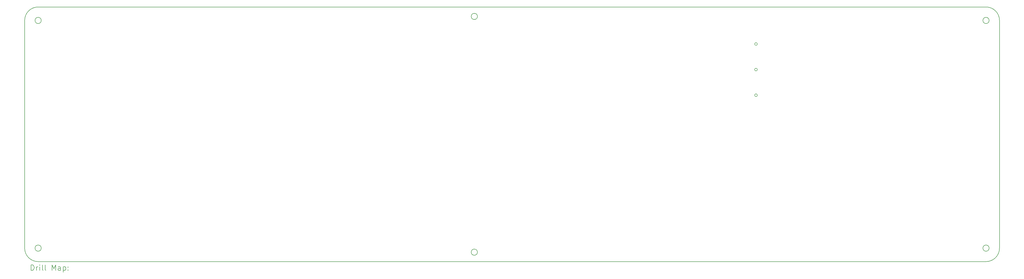
<source format=gbr>
%TF.GenerationSoftware,KiCad,Pcbnew,7.0.1*%
%TF.CreationDate,2023-04-12T11:01:54-04:00*%
%TF.ProjectId,kastenwagen-1840-chunky-plate,6b617374-656e-4776-9167-656e2d313834,rev?*%
%TF.SameCoordinates,Original*%
%TF.FileFunction,Drillmap*%
%TF.FilePolarity,Positive*%
%FSLAX45Y45*%
G04 Gerber Fmt 4.5, Leading zero omitted, Abs format (unit mm)*
G04 Created by KiCad (PCBNEW 7.0.1) date 2023-04-12 11:01:54*
%MOMM*%
%LPD*%
G01*
G04 APERTURE LIST*
%ADD10C,0.200000*%
%ADD11C,0.150000*%
G04 APERTURE END LIST*
D10*
X28070040Y-3723640D02*
G75*
G03*
X28070040Y-3723640I-50000J0D01*
G01*
X28070040Y-2773640D02*
G75*
G03*
X28070040Y-2773640I-50000J0D01*
G01*
X28070040Y-1823640D02*
G75*
G03*
X28070040Y-1823640I-50000J0D01*
G01*
D11*
X36665000Y-950000D02*
G75*
G03*
X36665000Y-950000I-115000J0D01*
G01*
X36665000Y-9400000D02*
G75*
G03*
X36665000Y-9400000I-115000J0D01*
G01*
X1515000Y-9400000D02*
G75*
G03*
X1515000Y-9400000I-115000J0D01*
G01*
X17690000Y-9550000D02*
G75*
G03*
X17690000Y-9550000I-115000J0D01*
G01*
D10*
X900000Y-9400000D02*
G75*
G03*
X1400000Y-9900000I500000J0D01*
G01*
X1400000Y-450000D02*
G75*
G03*
X900000Y-950000I0J-500000D01*
G01*
X1400000Y-9900000D02*
X36550000Y-9900000D01*
X37050000Y-950000D02*
G75*
G03*
X36550000Y-450000I-500000J0D01*
G01*
X36550000Y-9900000D02*
G75*
G03*
X37050000Y-9400000I0J500000D01*
G01*
D11*
X1515000Y-950000D02*
G75*
G03*
X1515000Y-950000I-115000J0D01*
G01*
D10*
X1400000Y-450000D02*
X36550000Y-450000D01*
D11*
X17690000Y-800000D02*
G75*
G03*
X17690000Y-800000I-115000J0D01*
G01*
D10*
X900000Y-9400000D02*
X900000Y-950000D01*
X37050000Y-9400000D02*
X37050000Y-950000D01*
X1137619Y-10222524D02*
X1137619Y-10022524D01*
X1137619Y-10022524D02*
X1185238Y-10022524D01*
X1185238Y-10022524D02*
X1213810Y-10032048D01*
X1213810Y-10032048D02*
X1232857Y-10051095D01*
X1232857Y-10051095D02*
X1242381Y-10070143D01*
X1242381Y-10070143D02*
X1251905Y-10108238D01*
X1251905Y-10108238D02*
X1251905Y-10136810D01*
X1251905Y-10136810D02*
X1242381Y-10174905D01*
X1242381Y-10174905D02*
X1232857Y-10193952D01*
X1232857Y-10193952D02*
X1213810Y-10213000D01*
X1213810Y-10213000D02*
X1185238Y-10222524D01*
X1185238Y-10222524D02*
X1137619Y-10222524D01*
X1337619Y-10222524D02*
X1337619Y-10089190D01*
X1337619Y-10127286D02*
X1347143Y-10108238D01*
X1347143Y-10108238D02*
X1356667Y-10098714D01*
X1356667Y-10098714D02*
X1375714Y-10089190D01*
X1375714Y-10089190D02*
X1394762Y-10089190D01*
X1461428Y-10222524D02*
X1461428Y-10089190D01*
X1461428Y-10022524D02*
X1451905Y-10032048D01*
X1451905Y-10032048D02*
X1461428Y-10041571D01*
X1461428Y-10041571D02*
X1470952Y-10032048D01*
X1470952Y-10032048D02*
X1461428Y-10022524D01*
X1461428Y-10022524D02*
X1461428Y-10041571D01*
X1585238Y-10222524D02*
X1566190Y-10213000D01*
X1566190Y-10213000D02*
X1556667Y-10193952D01*
X1556667Y-10193952D02*
X1556667Y-10022524D01*
X1690000Y-10222524D02*
X1670952Y-10213000D01*
X1670952Y-10213000D02*
X1661428Y-10193952D01*
X1661428Y-10193952D02*
X1661428Y-10022524D01*
X1918571Y-10222524D02*
X1918571Y-10022524D01*
X1918571Y-10022524D02*
X1985238Y-10165381D01*
X1985238Y-10165381D02*
X2051905Y-10022524D01*
X2051905Y-10022524D02*
X2051905Y-10222524D01*
X2232857Y-10222524D02*
X2232857Y-10117762D01*
X2232857Y-10117762D02*
X2223333Y-10098714D01*
X2223333Y-10098714D02*
X2204286Y-10089190D01*
X2204286Y-10089190D02*
X2166190Y-10089190D01*
X2166190Y-10089190D02*
X2147143Y-10098714D01*
X2232857Y-10213000D02*
X2213810Y-10222524D01*
X2213810Y-10222524D02*
X2166190Y-10222524D01*
X2166190Y-10222524D02*
X2147143Y-10213000D01*
X2147143Y-10213000D02*
X2137619Y-10193952D01*
X2137619Y-10193952D02*
X2137619Y-10174905D01*
X2137619Y-10174905D02*
X2147143Y-10155857D01*
X2147143Y-10155857D02*
X2166190Y-10146333D01*
X2166190Y-10146333D02*
X2213810Y-10146333D01*
X2213810Y-10146333D02*
X2232857Y-10136810D01*
X2328095Y-10089190D02*
X2328095Y-10289190D01*
X2328095Y-10098714D02*
X2347143Y-10089190D01*
X2347143Y-10089190D02*
X2385238Y-10089190D01*
X2385238Y-10089190D02*
X2404286Y-10098714D01*
X2404286Y-10098714D02*
X2413810Y-10108238D01*
X2413810Y-10108238D02*
X2423333Y-10127286D01*
X2423333Y-10127286D02*
X2423333Y-10184429D01*
X2423333Y-10184429D02*
X2413810Y-10203476D01*
X2413810Y-10203476D02*
X2404286Y-10213000D01*
X2404286Y-10213000D02*
X2385238Y-10222524D01*
X2385238Y-10222524D02*
X2347143Y-10222524D01*
X2347143Y-10222524D02*
X2328095Y-10213000D01*
X2509048Y-10203476D02*
X2518571Y-10213000D01*
X2518571Y-10213000D02*
X2509048Y-10222524D01*
X2509048Y-10222524D02*
X2499524Y-10213000D01*
X2499524Y-10213000D02*
X2509048Y-10203476D01*
X2509048Y-10203476D02*
X2509048Y-10222524D01*
X2509048Y-10098714D02*
X2518571Y-10108238D01*
X2518571Y-10108238D02*
X2509048Y-10117762D01*
X2509048Y-10117762D02*
X2499524Y-10108238D01*
X2499524Y-10108238D02*
X2509048Y-10098714D01*
X2509048Y-10098714D02*
X2509048Y-10117762D01*
M02*

</source>
